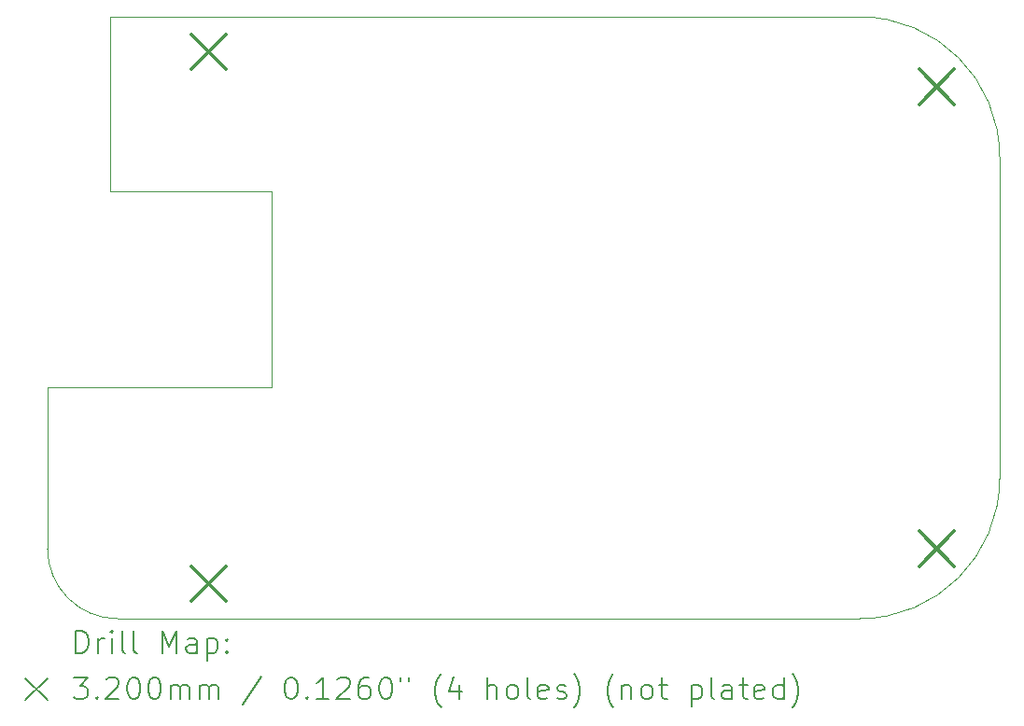
<source format=gbr>
%TF.GenerationSoftware,KiCad,Pcbnew,(6.0.9)*%
%TF.CreationDate,2023-01-03T12:13:11-05:00*%
%TF.ProjectId,cape,63617065-2e6b-4696-9361-645f70636258,1.4*%
%TF.SameCoordinates,Original*%
%TF.FileFunction,Drillmap*%
%TF.FilePolarity,Positive*%
%FSLAX45Y45*%
G04 Gerber Fmt 4.5, Leading zero omitted, Abs format (unit mm)*
G04 Created by KiCad (PCBNEW (6.0.9)) date 2023-01-03 12:13:11*
%MOMM*%
%LPD*%
G01*
G04 APERTURE LIST*
%ADD10C,0.002540*%
%ADD11C,0.200000*%
%ADD12C,0.320000*%
G04 APERTURE END LIST*
D10*
X5713250Y-8127250D02*
G75*
G03*
X6348250Y-8762250I635000J0D01*
G01*
X14349250Y-7492250D02*
X14349250Y-4571250D01*
X6348250Y-8762250D02*
X13079250Y-8762250D01*
X7745250Y-6666750D02*
X5713250Y-6666750D01*
X6284750Y-3301250D02*
X6284750Y-4888750D01*
X5713250Y-6666750D02*
X5713250Y-8127250D01*
X13079250Y-3301250D02*
X6284750Y-3301250D01*
X13079250Y-8762250D02*
G75*
G03*
X14349250Y-7492250I0J1270000D01*
G01*
X14349250Y-4571250D02*
G75*
G03*
X13079250Y-3301250I-1270000J0D01*
G01*
X7745250Y-4888750D02*
X7745250Y-6666750D01*
X6284750Y-4888750D02*
X7745250Y-4888750D01*
D11*
D12*
X7013750Y-3458750D02*
X7333750Y-3778750D01*
X7333750Y-3458750D02*
X7013750Y-3778750D01*
X7013750Y-8284750D02*
X7333750Y-8604750D01*
X7333750Y-8284750D02*
X7013750Y-8604750D01*
X13617750Y-3776250D02*
X13937750Y-4096250D01*
X13937750Y-3776250D02*
X13617750Y-4096250D01*
X13617750Y-7967250D02*
X13937750Y-8287250D01*
X13937750Y-7967250D02*
X13617750Y-8287250D01*
D11*
X5970742Y-9072853D02*
X5970742Y-8872853D01*
X6018361Y-8872853D01*
X6046932Y-8882377D01*
X6065980Y-8901425D01*
X6075504Y-8920472D01*
X6085028Y-8958567D01*
X6085028Y-8987139D01*
X6075504Y-9025234D01*
X6065980Y-9044282D01*
X6046932Y-9063329D01*
X6018361Y-9072853D01*
X5970742Y-9072853D01*
X6170742Y-9072853D02*
X6170742Y-8939520D01*
X6170742Y-8977615D02*
X6180266Y-8958567D01*
X6189790Y-8949044D01*
X6208837Y-8939520D01*
X6227885Y-8939520D01*
X6294551Y-9072853D02*
X6294551Y-8939520D01*
X6294551Y-8872853D02*
X6285028Y-8882377D01*
X6294551Y-8891901D01*
X6304075Y-8882377D01*
X6294551Y-8872853D01*
X6294551Y-8891901D01*
X6418361Y-9072853D02*
X6399313Y-9063329D01*
X6389790Y-9044282D01*
X6389790Y-8872853D01*
X6523123Y-9072853D02*
X6504075Y-9063329D01*
X6494551Y-9044282D01*
X6494551Y-8872853D01*
X6751694Y-9072853D02*
X6751694Y-8872853D01*
X6818361Y-9015710D01*
X6885028Y-8872853D01*
X6885028Y-9072853D01*
X7065980Y-9072853D02*
X7065980Y-8968091D01*
X7056456Y-8949044D01*
X7037409Y-8939520D01*
X6999313Y-8939520D01*
X6980266Y-8949044D01*
X7065980Y-9063329D02*
X7046932Y-9072853D01*
X6999313Y-9072853D01*
X6980266Y-9063329D01*
X6970742Y-9044282D01*
X6970742Y-9025234D01*
X6980266Y-9006187D01*
X6999313Y-8996663D01*
X7046932Y-8996663D01*
X7065980Y-8987139D01*
X7161218Y-8939520D02*
X7161218Y-9139520D01*
X7161218Y-8949044D02*
X7180266Y-8939520D01*
X7218361Y-8939520D01*
X7237409Y-8949044D01*
X7246932Y-8958567D01*
X7256456Y-8977615D01*
X7256456Y-9034758D01*
X7246932Y-9053806D01*
X7237409Y-9063329D01*
X7218361Y-9072853D01*
X7180266Y-9072853D01*
X7161218Y-9063329D01*
X7342171Y-9053806D02*
X7351694Y-9063329D01*
X7342171Y-9072853D01*
X7332647Y-9063329D01*
X7342171Y-9053806D01*
X7342171Y-9072853D01*
X7342171Y-8949044D02*
X7351694Y-8958567D01*
X7342171Y-8968091D01*
X7332647Y-8958567D01*
X7342171Y-8949044D01*
X7342171Y-8968091D01*
X5513123Y-9302377D02*
X5713123Y-9502377D01*
X5713123Y-9302377D02*
X5513123Y-9502377D01*
X5951694Y-9292853D02*
X6075504Y-9292853D01*
X6008837Y-9369044D01*
X6037409Y-9369044D01*
X6056456Y-9378567D01*
X6065980Y-9388091D01*
X6075504Y-9407139D01*
X6075504Y-9454758D01*
X6065980Y-9473806D01*
X6056456Y-9483329D01*
X6037409Y-9492853D01*
X5980266Y-9492853D01*
X5961218Y-9483329D01*
X5951694Y-9473806D01*
X6161218Y-9473806D02*
X6170742Y-9483329D01*
X6161218Y-9492853D01*
X6151694Y-9483329D01*
X6161218Y-9473806D01*
X6161218Y-9492853D01*
X6246932Y-9311901D02*
X6256456Y-9302377D01*
X6275504Y-9292853D01*
X6323123Y-9292853D01*
X6342171Y-9302377D01*
X6351694Y-9311901D01*
X6361218Y-9330948D01*
X6361218Y-9349996D01*
X6351694Y-9378567D01*
X6237409Y-9492853D01*
X6361218Y-9492853D01*
X6485028Y-9292853D02*
X6504075Y-9292853D01*
X6523123Y-9302377D01*
X6532647Y-9311901D01*
X6542171Y-9330948D01*
X6551694Y-9369044D01*
X6551694Y-9416663D01*
X6542171Y-9454758D01*
X6532647Y-9473806D01*
X6523123Y-9483329D01*
X6504075Y-9492853D01*
X6485028Y-9492853D01*
X6465980Y-9483329D01*
X6456456Y-9473806D01*
X6446932Y-9454758D01*
X6437409Y-9416663D01*
X6437409Y-9369044D01*
X6446932Y-9330948D01*
X6456456Y-9311901D01*
X6465980Y-9302377D01*
X6485028Y-9292853D01*
X6675504Y-9292853D02*
X6694551Y-9292853D01*
X6713599Y-9302377D01*
X6723123Y-9311901D01*
X6732647Y-9330948D01*
X6742171Y-9369044D01*
X6742171Y-9416663D01*
X6732647Y-9454758D01*
X6723123Y-9473806D01*
X6713599Y-9483329D01*
X6694551Y-9492853D01*
X6675504Y-9492853D01*
X6656456Y-9483329D01*
X6646932Y-9473806D01*
X6637409Y-9454758D01*
X6627885Y-9416663D01*
X6627885Y-9369044D01*
X6637409Y-9330948D01*
X6646932Y-9311901D01*
X6656456Y-9302377D01*
X6675504Y-9292853D01*
X6827885Y-9492853D02*
X6827885Y-9359520D01*
X6827885Y-9378567D02*
X6837409Y-9369044D01*
X6856456Y-9359520D01*
X6885028Y-9359520D01*
X6904075Y-9369044D01*
X6913599Y-9388091D01*
X6913599Y-9492853D01*
X6913599Y-9388091D02*
X6923123Y-9369044D01*
X6942171Y-9359520D01*
X6970742Y-9359520D01*
X6989790Y-9369044D01*
X6999313Y-9388091D01*
X6999313Y-9492853D01*
X7094551Y-9492853D02*
X7094551Y-9359520D01*
X7094551Y-9378567D02*
X7104075Y-9369044D01*
X7123123Y-9359520D01*
X7151694Y-9359520D01*
X7170742Y-9369044D01*
X7180266Y-9388091D01*
X7180266Y-9492853D01*
X7180266Y-9388091D02*
X7189790Y-9369044D01*
X7208837Y-9359520D01*
X7237409Y-9359520D01*
X7256456Y-9369044D01*
X7265980Y-9388091D01*
X7265980Y-9492853D01*
X7656456Y-9283329D02*
X7485028Y-9540472D01*
X7913599Y-9292853D02*
X7932647Y-9292853D01*
X7951694Y-9302377D01*
X7961218Y-9311901D01*
X7970742Y-9330948D01*
X7980266Y-9369044D01*
X7980266Y-9416663D01*
X7970742Y-9454758D01*
X7961218Y-9473806D01*
X7951694Y-9483329D01*
X7932647Y-9492853D01*
X7913599Y-9492853D01*
X7894551Y-9483329D01*
X7885028Y-9473806D01*
X7875504Y-9454758D01*
X7865980Y-9416663D01*
X7865980Y-9369044D01*
X7875504Y-9330948D01*
X7885028Y-9311901D01*
X7894551Y-9302377D01*
X7913599Y-9292853D01*
X8065980Y-9473806D02*
X8075504Y-9483329D01*
X8065980Y-9492853D01*
X8056456Y-9483329D01*
X8065980Y-9473806D01*
X8065980Y-9492853D01*
X8265980Y-9492853D02*
X8151694Y-9492853D01*
X8208837Y-9492853D02*
X8208837Y-9292853D01*
X8189790Y-9321425D01*
X8170742Y-9340472D01*
X8151694Y-9349996D01*
X8342171Y-9311901D02*
X8351694Y-9302377D01*
X8370742Y-9292853D01*
X8418361Y-9292853D01*
X8437409Y-9302377D01*
X8446933Y-9311901D01*
X8456456Y-9330948D01*
X8456456Y-9349996D01*
X8446933Y-9378567D01*
X8332647Y-9492853D01*
X8456456Y-9492853D01*
X8627885Y-9292853D02*
X8589790Y-9292853D01*
X8570742Y-9302377D01*
X8561218Y-9311901D01*
X8542171Y-9340472D01*
X8532647Y-9378567D01*
X8532647Y-9454758D01*
X8542171Y-9473806D01*
X8551694Y-9483329D01*
X8570742Y-9492853D01*
X8608837Y-9492853D01*
X8627885Y-9483329D01*
X8637409Y-9473806D01*
X8646933Y-9454758D01*
X8646933Y-9407139D01*
X8637409Y-9388091D01*
X8627885Y-9378567D01*
X8608837Y-9369044D01*
X8570742Y-9369044D01*
X8551694Y-9378567D01*
X8542171Y-9388091D01*
X8532647Y-9407139D01*
X8770742Y-9292853D02*
X8789790Y-9292853D01*
X8808837Y-9302377D01*
X8818361Y-9311901D01*
X8827885Y-9330948D01*
X8837409Y-9369044D01*
X8837409Y-9416663D01*
X8827885Y-9454758D01*
X8818361Y-9473806D01*
X8808837Y-9483329D01*
X8789790Y-9492853D01*
X8770742Y-9492853D01*
X8751694Y-9483329D01*
X8742171Y-9473806D01*
X8732647Y-9454758D01*
X8723123Y-9416663D01*
X8723123Y-9369044D01*
X8732647Y-9330948D01*
X8742171Y-9311901D01*
X8751694Y-9302377D01*
X8770742Y-9292853D01*
X8913599Y-9292853D02*
X8913599Y-9330948D01*
X8989790Y-9292853D02*
X8989790Y-9330948D01*
X9285028Y-9569044D02*
X9275504Y-9559520D01*
X9256456Y-9530948D01*
X9246933Y-9511901D01*
X9237409Y-9483329D01*
X9227885Y-9435710D01*
X9227885Y-9397615D01*
X9237409Y-9349996D01*
X9246933Y-9321425D01*
X9256456Y-9302377D01*
X9275504Y-9273806D01*
X9285028Y-9264282D01*
X9446933Y-9359520D02*
X9446933Y-9492853D01*
X9399313Y-9283329D02*
X9351694Y-9426187D01*
X9475504Y-9426187D01*
X9704075Y-9492853D02*
X9704075Y-9292853D01*
X9789790Y-9492853D02*
X9789790Y-9388091D01*
X9780266Y-9369044D01*
X9761218Y-9359520D01*
X9732647Y-9359520D01*
X9713599Y-9369044D01*
X9704075Y-9378567D01*
X9913599Y-9492853D02*
X9894552Y-9483329D01*
X9885028Y-9473806D01*
X9875504Y-9454758D01*
X9875504Y-9397615D01*
X9885028Y-9378567D01*
X9894552Y-9369044D01*
X9913599Y-9359520D01*
X9942171Y-9359520D01*
X9961218Y-9369044D01*
X9970742Y-9378567D01*
X9980266Y-9397615D01*
X9980266Y-9454758D01*
X9970742Y-9473806D01*
X9961218Y-9483329D01*
X9942171Y-9492853D01*
X9913599Y-9492853D01*
X10094552Y-9492853D02*
X10075504Y-9483329D01*
X10065980Y-9464282D01*
X10065980Y-9292853D01*
X10246933Y-9483329D02*
X10227885Y-9492853D01*
X10189790Y-9492853D01*
X10170742Y-9483329D01*
X10161218Y-9464282D01*
X10161218Y-9388091D01*
X10170742Y-9369044D01*
X10189790Y-9359520D01*
X10227885Y-9359520D01*
X10246933Y-9369044D01*
X10256456Y-9388091D01*
X10256456Y-9407139D01*
X10161218Y-9426187D01*
X10332647Y-9483329D02*
X10351694Y-9492853D01*
X10389790Y-9492853D01*
X10408837Y-9483329D01*
X10418361Y-9464282D01*
X10418361Y-9454758D01*
X10408837Y-9435710D01*
X10389790Y-9426187D01*
X10361218Y-9426187D01*
X10342171Y-9416663D01*
X10332647Y-9397615D01*
X10332647Y-9388091D01*
X10342171Y-9369044D01*
X10361218Y-9359520D01*
X10389790Y-9359520D01*
X10408837Y-9369044D01*
X10485028Y-9569044D02*
X10494552Y-9559520D01*
X10513599Y-9530948D01*
X10523123Y-9511901D01*
X10532647Y-9483329D01*
X10542171Y-9435710D01*
X10542171Y-9397615D01*
X10532647Y-9349996D01*
X10523123Y-9321425D01*
X10513599Y-9302377D01*
X10494552Y-9273806D01*
X10485028Y-9264282D01*
X10846933Y-9569044D02*
X10837409Y-9559520D01*
X10818361Y-9530948D01*
X10808837Y-9511901D01*
X10799313Y-9483329D01*
X10789790Y-9435710D01*
X10789790Y-9397615D01*
X10799313Y-9349996D01*
X10808837Y-9321425D01*
X10818361Y-9302377D01*
X10837409Y-9273806D01*
X10846933Y-9264282D01*
X10923123Y-9359520D02*
X10923123Y-9492853D01*
X10923123Y-9378567D02*
X10932647Y-9369044D01*
X10951694Y-9359520D01*
X10980266Y-9359520D01*
X10999313Y-9369044D01*
X11008837Y-9388091D01*
X11008837Y-9492853D01*
X11132647Y-9492853D02*
X11113599Y-9483329D01*
X11104075Y-9473806D01*
X11094552Y-9454758D01*
X11094552Y-9397615D01*
X11104075Y-9378567D01*
X11113599Y-9369044D01*
X11132647Y-9359520D01*
X11161218Y-9359520D01*
X11180266Y-9369044D01*
X11189790Y-9378567D01*
X11199313Y-9397615D01*
X11199313Y-9454758D01*
X11189790Y-9473806D01*
X11180266Y-9483329D01*
X11161218Y-9492853D01*
X11132647Y-9492853D01*
X11256456Y-9359520D02*
X11332647Y-9359520D01*
X11285028Y-9292853D02*
X11285028Y-9464282D01*
X11294551Y-9483329D01*
X11313599Y-9492853D01*
X11332647Y-9492853D01*
X11551694Y-9359520D02*
X11551694Y-9559520D01*
X11551694Y-9369044D02*
X11570742Y-9359520D01*
X11608837Y-9359520D01*
X11627885Y-9369044D01*
X11637409Y-9378567D01*
X11646932Y-9397615D01*
X11646932Y-9454758D01*
X11637409Y-9473806D01*
X11627885Y-9483329D01*
X11608837Y-9492853D01*
X11570742Y-9492853D01*
X11551694Y-9483329D01*
X11761218Y-9492853D02*
X11742171Y-9483329D01*
X11732647Y-9464282D01*
X11732647Y-9292853D01*
X11923123Y-9492853D02*
X11923123Y-9388091D01*
X11913599Y-9369044D01*
X11894551Y-9359520D01*
X11856456Y-9359520D01*
X11837409Y-9369044D01*
X11923123Y-9483329D02*
X11904075Y-9492853D01*
X11856456Y-9492853D01*
X11837409Y-9483329D01*
X11827885Y-9464282D01*
X11827885Y-9445234D01*
X11837409Y-9426187D01*
X11856456Y-9416663D01*
X11904075Y-9416663D01*
X11923123Y-9407139D01*
X11989790Y-9359520D02*
X12065980Y-9359520D01*
X12018361Y-9292853D02*
X12018361Y-9464282D01*
X12027885Y-9483329D01*
X12046932Y-9492853D01*
X12065980Y-9492853D01*
X12208837Y-9483329D02*
X12189790Y-9492853D01*
X12151694Y-9492853D01*
X12132647Y-9483329D01*
X12123123Y-9464282D01*
X12123123Y-9388091D01*
X12132647Y-9369044D01*
X12151694Y-9359520D01*
X12189790Y-9359520D01*
X12208837Y-9369044D01*
X12218361Y-9388091D01*
X12218361Y-9407139D01*
X12123123Y-9426187D01*
X12389790Y-9492853D02*
X12389790Y-9292853D01*
X12389790Y-9483329D02*
X12370742Y-9492853D01*
X12332647Y-9492853D01*
X12313599Y-9483329D01*
X12304075Y-9473806D01*
X12294551Y-9454758D01*
X12294551Y-9397615D01*
X12304075Y-9378567D01*
X12313599Y-9369044D01*
X12332647Y-9359520D01*
X12370742Y-9359520D01*
X12389790Y-9369044D01*
X12465980Y-9569044D02*
X12475504Y-9559520D01*
X12494551Y-9530948D01*
X12504075Y-9511901D01*
X12513599Y-9483329D01*
X12523123Y-9435710D01*
X12523123Y-9397615D01*
X12513599Y-9349996D01*
X12504075Y-9321425D01*
X12494551Y-9302377D01*
X12475504Y-9273806D01*
X12465980Y-9264282D01*
M02*

</source>
